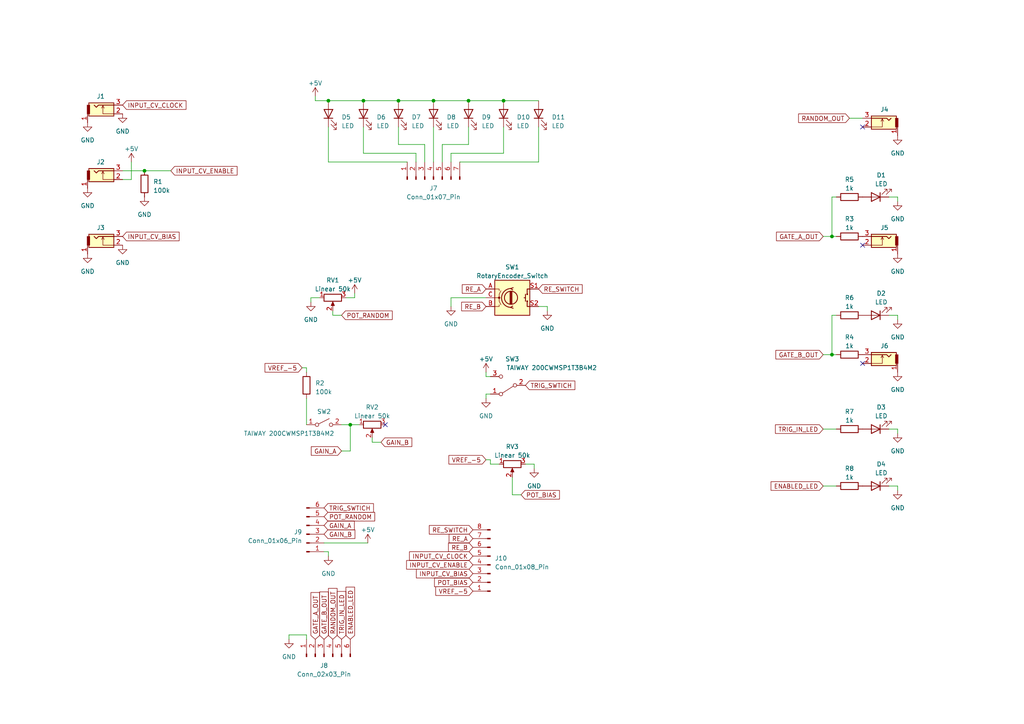
<source format=kicad_sch>
(kicad_sch (version 20230121) (generator eeschema)
  (paper "A4")
  (lib_symbols
    (symbol "Connector:Conn_01x06_Pin" (pin_names (offset 1.016) hide)
      (property "Reference" "J" (at 0 7.62 0))
      (property "Value" "Conn_01x06_Pin" (at 0 -10.16 0))
      (symbol "Conn_01x06_Pin_1_1"
        (polyline (pts (xy 1.27 -7.62) (xy 0.8636 -7.62)) (stroke (width 0.1524)))
        (polyline (pts (xy 1.27 -5.08) (xy 0.8636 -5.08)) (stroke (width 0.1524)))
        (polyline (pts (xy 1.27 -2.54) (xy 0.8636 -2.54)) (stroke (width 0.1524)))
        (polyline (pts (xy 1.27 0) (xy 0.8636 0)) (stroke (width 0.1524)))
        (polyline (pts (xy 1.27 2.54) (xy 0.8636 2.54)) (stroke (width 0.1524)))
        (polyline (pts (xy 1.27 5.08) (xy 0.8636 5.08)) (stroke (width 0.1524)))
        (rectangle (start 0.8636 -7.493) (end 0 -7.747) (stroke (width 0.1524)) (fill (type outline)))
        (rectangle (start 0.8636 -4.953) (end 0 -5.207) (stroke (width 0.1524)) (fill (type outline)))
        (rectangle (start 0.8636 -2.413) (end 0 -2.667) (stroke (width 0.1524)) (fill (type outline)))
        (rectangle (start 0.8636 0.127) (end 0 -0.127) (stroke (width 0.1524)) (fill (type outline)))
        (rectangle (start 0.8636 2.667) (end 0 2.413) (stroke (width 0.1524)) (fill (type outline)))
        (rectangle (start 0.8636 5.207) (end 0 4.953) (stroke (width 0.1524)) (fill (type outline)))
        (pin passive line (at 5.08 5.08 180) (length 3.81) (name "Pin_1") (number "1"))
        (pin passive line (at 5.08 2.54 180) (length 3.81) (name "Pin_2") (number "2"))
        (pin passive line (at 5.08 0 180) (length 3.81) (name "Pin_3") (number "3"))
        (pin passive line (at 5.08 -2.54 180) (length 3.81) (name "Pin_4") (number "4"))
        (pin passive line (at 5.08 -5.08 180) (length 3.81) (name "Pin_5") (number "5"))
        (pin passive line (at 5.08 -7.62 180) (length 3.81) (name "Pin_6") (number "6"))
      )
    )
    (symbol "Connector:Conn_01x07_Pin" (pin_names (offset 1.016) hide)
      (property "Reference" "J" (at 0 10.16 0))
      (property "Value" "Conn_01x07_Pin" (at 0 -10.16 0))
      (symbol "Conn_01x07_Pin_1_1"
        (polyline (pts (xy 1.27 -7.62) (xy 0.8636 -7.62)) (stroke (width 0.1524)))
        (polyline (pts (xy 1.27 -5.08) (xy 0.8636 -5.08)) (stroke (width 0.1524)))
        (polyline (pts (xy 1.27 -2.54) (xy 0.8636 -2.54)) (stroke (width 0.1524)))
        (polyline (pts (xy 1.27 0) (xy 0.8636 0)) (stroke (width 0.1524)))
        (polyline (pts (xy 1.27 2.54) (xy 0.8636 2.54)) (stroke (width 0.1524)))
        (polyline (pts (xy 1.27 5.08) (xy 0.8636 5.08)) (stroke (width 0.1524)))
        (polyline (pts (xy 1.27 7.62) (xy 0.8636 7.62)) (stroke (width 0.1524)))
        (rectangle (start 0.8636 -7.493) (end 0 -7.747) (stroke (width 0.1524)) (fill (type outline)))
        (rectangle (start 0.8636 -4.953) (end 0 -5.207) (stroke (width 0.1524)) (fill (type outline)))
        (rectangle (start 0.8636 -2.413) (end 0 -2.667) (stroke (width 0.1524)) (fill (type outline)))
        (rectangle (start 0.8636 0.127) (end 0 -0.127) (stroke (width 0.1524)) (fill (type outline)))
        (rectangle (start 0.8636 2.667) (end 0 2.413) (stroke (width 0.1524)) (fill (type outline)))
        (rectangle (start 0.8636 5.207) (end 0 4.953) (stroke (width 0.1524)) (fill (type outline)))
        (rectangle (start 0.8636 7.747) (end 0 7.493) (stroke (width 0.1524)) (fill (type outline)))
        (pin passive line (at 5.08 7.62 180) (length 3.81) (name "Pin_1") (number "1"))
        (pin passive line (at 5.08 5.08 180) (length 3.81) (name "Pin_2") (number "2"))
        (pin passive line (at 5.08 2.54 180) (length 3.81) (name "Pin_3") (number "3"))
        (pin passive line (at 5.08 0 180) (length 3.81) (name "Pin_4") (number "4"))
        (pin passive line (at 5.08 -2.54 180) (length 3.81) (name "Pin_5") (number "5"))
        (pin passive line (at 5.08 -5.08 180) (length 3.81) (name "Pin_6") (number "6"))
        (pin passive line (at 5.08 -7.62 180) (length 3.81) (name "Pin_7") (number "7"))
      )
    )
    (symbol "Connector:Conn_01x08_Pin" (pin_names (offset 1.016) hide)
      (property "Reference" "J" (at 0 10.16 0))
      (property "Value" "Conn_01x08_Pin" (at 0 -12.7 0))
      (symbol "Conn_01x08_Pin_1_1"
        (polyline (pts (xy 1.27 -10.16) (xy 0.8636 -10.16)) (stroke (width 0.1524)))
        (polyline (pts (xy 1.27 -7.62) (xy 0.8636 -7.62)) (stroke (width 0.1524)))
        (polyline (pts (xy 1.27 -5.08) (xy 0.8636 -5.08)) (stroke (width 0.1524)))
        (polyline (pts (xy 1.27 -2.54) (xy 0.8636 -2.54)) (stroke (width 0.1524)))
        (polyline (pts (xy 1.27 0) (xy 0.8636 0)) (stroke (width 0.1524)))
        (polyline (pts (xy 1.27 2.54) (xy 0.8636 2.54)) (stroke (width 0.1524)))
        (polyline (pts (xy 1.27 5.08) (xy 0.8636 5.08)) (stroke (width 0.1524)))
        (polyline (pts (xy 1.27 7.62) (xy 0.8636 7.62)) (stroke (width 0.1524)))
        (rectangle (start 0.8636 -10.033) (end 0 -10.287) (stroke (width 0.1524)) (fill (type outline)))
        (rectangle (start 0.8636 -7.493) (end 0 -7.747) (stroke (width 0.1524)) (fill (type outline)))
        (rectangle (start 0.8636 -4.953) (end 0 -5.207) (stroke (width 0.1524)) (fill (type outline)))
        (rectangle (start 0.8636 -2.413) (end 0 -2.667) (stroke (width 0.1524)) (fill (type outline)))
        (rectangle (start 0.8636 0.127) (end 0 -0.127) (stroke (width 0.1524)) (fill (type outline)))
        (rectangle (start 0.8636 2.667) (end 0 2.413) (stroke (width 0.1524)) (fill (type outline)))
        (rectangle (start 0.8636 5.207) (end 0 4.953) (stroke (width 0.1524)) (fill (type outline)))
        (rectangle (start 0.8636 7.747) (end 0 7.493) (stroke (width 0.1524)) (fill (type outline)))
        (pin passive line (at 5.08 7.62 180) (length 3.81) (name "Pin_1") (number "1"))
        (pin passive line (at 5.08 5.08 180) (length 3.81) (name "Pin_2") (number "2"))
        (pin passive line (at 5.08 2.54 180) (length 3.81) (name "Pin_3") (number "3"))
        (pin passive line (at 5.08 0 180) (length 3.81) (name "Pin_4") (number "4"))
        (pin passive line (at 5.08 -2.54 180) (length 3.81) (name "Pin_5") (number "5"))
        (pin passive line (at 5.08 -5.08 180) (length 3.81) (name "Pin_6") (number "6"))
        (pin passive line (at 5.08 -7.62 180) (length 3.81) (name "Pin_7") (number "7"))
        (pin passive line (at 5.08 -10.16 180) (length 3.81) (name "Pin_8") (number "8"))
      )
    )
    (symbol "Device:LED" (pin_numbers hide) (pin_names (offset 1.016) hide)
      (property "Reference" "D" (at 0 2.54 0))
      (property "Value" "LED" (at 0 -2.54 0))
      (symbol "LED_0_1"
        (polyline (pts (xy -1.27 -1.27) (xy -1.27 1.27)) (stroke (width 0.254)))
        (polyline (pts (xy -1.27 0) (xy 1.27 0)))
        (polyline (pts (xy 1.27 -1.27) (xy 1.27 1.27) (xy -1.27 0) (xy 1.27 -1.27)) (stroke (width 0.254)))
        (polyline (pts (xy -3.048 -0.762) (xy -4.572 -2.286) (xy -3.81 -2.286) (xy -4.572 -2.286) (xy -4.572 -1.524)))
        (polyline (pts (xy -1.778 -0.762) (xy -3.302 -2.286) (xy -2.54 -2.286) (xy -3.302 -2.286) (xy -3.302 -1.524)))
      )
      (symbol "LED_1_1"
        (pin passive line (at -3.81 0 0) (length 2.54) (name "K") (number "1"))
        (pin passive line (at 3.81 0 180) (length 2.54) (name "A") (number "2"))
      )
    )
    (symbol "Device:R" (pin_numbers hide) (pin_names (offset 0))
      (property "Reference" "R" (at 2.032 0 90))
      (property "Value" "R" (at 0 0 90))
      (symbol "R_0_1"
        (rectangle (start -1.016 -2.54) (end 1.016 2.54) (stroke (width 0.254)))
      )
      (symbol "R_1_1"
        (pin passive line (at 0 3.81 270) (length 1.27) (name "~") (number "1"))
        (pin passive line (at 0 -3.81 90) (length 1.27) (name "~") (number "2"))
      )
    )
    (symbol "Device:R_Potentiometer" (pin_names (offset 1.016) hide)
      (property "Reference" "RV" (at -4.445 0 90))
      (property "Value" "R_Potentiometer" (at -2.54 0 90))
      (symbol "R_Potentiometer_0_1"
        (polyline (pts (xy 2.54 0) (xy 1.524 0)))
        (polyline (pts (xy 1.143 0) (xy 2.286 0.508) (xy 2.286 -0.508) (xy 1.143 0)) (fill (type outline)))
        (rectangle (start 1.016 2.54) (end -1.016 -2.54) (stroke (width 0.254)))
      )
      (symbol "R_Potentiometer_1_1"
        (pin passive line (at 0 3.81 270) (length 1.27) (name "1") (number "1"))
        (pin passive line (at 3.81 0 180) (length 1.27) (name "2") (number "2"))
        (pin passive line (at 0 -3.81 90) (length 1.27) (name "3") (number "3"))
      )
    )
    (symbol "Device:RotaryEncoder_Switch" (pin_names (offset 0.254) hide)
      (property "Reference" "SW" (at 0 6.604 0))
      (property "Value" "RotaryEncoder_Switch" (at 0 -6.604 0))
      (symbol "RotaryEncoder_Switch_0_1"
        (rectangle (start -5.08 5.08) (end 5.08 -5.08) (stroke (width 0.254)) (fill (type background)))
        (circle (center -3.81 0) (radius 0.254) (fill (type outline)))
        (circle (center -0.381 0) (radius 1.905) (stroke (width 0.254)))
        (arc (start -0.381 2.667) (mid -3.0988 -0.0635) (end -0.381 -2.794) (stroke (width 0.254)))
        (polyline (pts (xy -0.635 -1.778) (xy -0.635 1.778)) (stroke (width 0.254)))
        (polyline (pts (xy -0.381 -1.778) (xy -0.381 1.778)) (stroke (width 0.254)))
        (polyline (pts (xy -0.127 1.778) (xy -0.127 -1.778)) (stroke (width 0.254)))
        (polyline (pts (xy 3.81 0) (xy 3.429 0)) (stroke (width 0.254)))
        (polyline (pts (xy 3.81 1.016) (xy 3.81 -1.016)) (stroke (width 0.254)))
        (polyline (pts (xy -5.08 -2.54) (xy -3.81 -2.54) (xy -3.81 -2.032)))
        (polyline (pts (xy -5.08 2.54) (xy -3.81 2.54) (xy -3.81 2.032)))
        (polyline (pts (xy 0.254 -3.048) (xy -0.508 -2.794) (xy 0.127 -2.413)) (stroke (width 0.254)))
        (polyline (pts (xy 0.254 2.921) (xy -0.508 2.667) (xy 0.127 2.286)) (stroke (width 0.254)))
        (polyline (pts (xy 5.08 -2.54) (xy 4.318 -2.54) (xy 4.318 -1.016)) (stroke (width 0.254)))
        (polyline (pts (xy 5.08 2.54) (xy 4.318 2.54) (xy 4.318 1.016)) (stroke (width 0.254)))
        (polyline (pts (xy -5.08 0) (xy -3.81 0) (xy -3.81 -1.016) (xy -3.302 -2.032)))
        (polyline (pts (xy -4.318 0) (xy -3.81 0) (xy -3.81 1.016) (xy -3.302 2.032)))
        (circle (center 4.318 -1.016) (radius 0.127) (stroke (width 0.254)))
        (circle (center 4.318 1.016) (radius 0.127) (stroke (width 0.254)))
      )
      (symbol "RotaryEncoder_Switch_1_1"
        (pin passive line (at -7.62 2.54 0) (length 2.54) (name "A") (number "A"))
        (pin passive line (at -7.62 -2.54 0) (length 2.54) (name "B") (number "B"))
        (pin passive line (at -7.62 0 0) (length 2.54) (name "C") (number "C"))
        (pin passive line (at 7.62 2.54 180) (length 2.54) (name "S1") (number "S1"))
        (pin passive line (at 7.62 -2.54 180) (length 2.54) (name "S2") (number "S2"))
      )
    )
    (symbol "FreeModular:SW_SPDT_small" (pin_names (offset 0) hide)
      (property "Reference" "SW3" (at 0.8945 7.6757 0))
      (property "Value" "TAIWAY 200CWMSP1T3B4M2" (at 12.7 5.08 0))
      (symbol "SW_SPDT_small_0_0"
        (circle (center -2.032 0) (radius 0.508))
        (circle (center 2.032 -2.54) (radius 0.508))
      )
      (symbol "SW_SPDT_small_0_1"
        (polyline (pts (xy -1.524 0.254) (xy 1.651 2.286)))
        (circle (center 2.032 2.54) (radius 0.508))
      )
      (symbol "SW_SPDT_small_1_1"
        (pin passive line (at 5.08 2.54 180) (length 2.54) (name "A") (number "1"))
        (pin passive line (at -5.08 0 0) (length 2.54) (name "B") (number "2"))
        (pin passive line (at 5.08 -2.54 180) (length 2.54) (name "C") (number "3"))
      )
    )
    (symbol "FreeModular:THONKICONN" (pin_names (offset 1.016))
      (property "Reference" "J" (at -1.27 4.445 0))
      (symbol "THONKICONN_0_1"
        (rectangle (start -4.699 3.175) (end 2.54 -0.635) (stroke (width 0.254)) (fill (type background)))
        (rectangle (start -4.445 0) (end -5.207 2.54) (fill (type outline)))
        (polyline (pts (xy -0.635 2.413) (xy -0.254 1.651)))
        (polyline (pts (xy 2.54 0) (xy -0.635 0) (xy -0.635 2.413) (xy -1.016 1.651)))
        (polyline (pts (xy 2.54 2.54) (xy -1.905 2.54) (xy -2.54 1.905) (xy -3.175 2.54)) (stroke (width 0.254)))
      )
      (symbol "THONKICONN_1_1"
        (pin passive line (at -5.08 -2.54 90) (length 2.54) (name "~") (number "1"))
        (pin passive line (at 5.08 0 180) (length 2.54) (name "~") (number "2"))
        (pin passive line (at 5.08 2.54 180) (length 2.54) (name "~") (number "3"))
      )
    )
    (symbol "Switch:SW_SPST" (pin_names (offset 0) hide)
      (property "Reference" "SW" (at 0 3.175 0))
      (property "Value" "SW_SPST" (at 0 -2.54 0))
      (symbol "SW_SPST_0_0"
        (circle (center -2.032 0) (radius 0.508))
        (polyline (pts (xy -1.524 0.254) (xy 1.524 1.778)))
        (circle (center 2.032 0) (radius 0.508))
      )
      (symbol "SW_SPST_1_1"
        (pin passive line (at -5.08 0 0) (length 2.54) (name "A") (number "1"))
        (pin passive line (at 5.08 0 180) (length 2.54) (name "B") (number "2"))
      )
    )
    (symbol "power:+5V" (power) (pin_names (offset 0))
      (property "Value" "+5V" (at 0 3.556 0))
      (symbol "+5V_0_1"
        (polyline (pts (xy -0.762 1.27) (xy 0 2.54)))
        (polyline (pts (xy 0 0) (xy 0 2.54)))
        (polyline (pts (xy 0 2.54) (xy 0.762 1.27)))
      )
      (symbol "+5V_1_1"
        (pin power_in line (at 0 0 90) (length 0) hide (name "+5V") (number "1"))
      )
    )
    (symbol "power:GND" (power) (pin_names (offset 0))
      (property "Value" "GND" (at 0 -3.81 0))
      (symbol "GND_0_1"
        (polyline (pts (xy 0 0) (xy 0 -1.27) (xy 1.27 -1.27) (xy 0 -2.54) (xy -1.27 -1.27) (xy 0 -1.27)))
      )
      (symbol "GND_1_1"
        (pin power_in line (at 0 0 270) (length 0) hide (name "GND") (number "1"))
      )
    )
  )
  (junction (at 105.41 29.21))
  (junction (at 241.3 102.87))
  (junction (at 41.91 49.53))
  (junction (at 125.73 29.21))
  (junction (at 101.6 123.19))
  (junction (at 95.25 29.21))
  (junction (at 146.05 29.21))
  (junction (at 115.57 29.21))
  (junction (at 135.89 29.21))
  (junction (at 241.3 68.58))
  (no_connect (at 250.19 36.83))
  (no_connect (at 250.19 105.41))
  (no_connect (at 250.19 71.12))
  (no_connect (at 111.76 123.19))
  (wire (pts (xy 135.89 29.21) (xy 125.73 29.21)))
  (wire (pts (xy 152.4 134.62) (xy 154.94 134.62)))
  (wire (pts (xy 142.24 134.62) (xy 144.78 134.62)))
  (wire (pts (xy 35.56 49.53) (xy 41.91 49.53)))
  (wire (pts (xy 102.87 85.09) (xy 102.87 86.36)))
  (wire (pts (xy 90.17 86.36) (xy 92.71 86.36)))
  (wire (pts (xy 241.3 102.87) (xy 242.57 102.87)))
  (wire (pts (xy 95.25 46.99) (xy 118.11 46.99)))
  (wire (pts (xy 133.35 46.99) (xy 156.21 46.99)))
  (wire (pts (xy 87.63 106.68) (xy 88.9 106.68)))
  (wire (pts (xy 88.9 185.42) (xy 88.9 184.15)))
  (wire (pts (xy 154.94 134.62) (xy 154.94 135.89)))
  (wire (pts (xy 156.21 46.99) (xy 156.21 36.83)))
  (wire (pts (xy 101.6 123.19) (xy 104.14 123.19)))
  (wire (pts (xy 142.24 133.35) (xy 142.24 134.62)))
  (wire (pts (xy 241.3 91.44) (xy 242.57 91.44)))
  (wire (pts (xy 96.52 91.44) (xy 99.06 91.44)))
  (wire (pts (xy 96.52 90.17) (xy 96.52 91.44)))
  (wire (pts (xy 105.41 44.45) (xy 105.41 36.83)))
  (wire (pts (xy 241.3 102.87) (xy 241.3 91.44)))
  (wire (pts (xy 238.76 68.58) (xy 241.3 68.58)))
  (wire (pts (xy 115.57 29.21) (xy 105.41 29.21)))
  (wire (pts (xy 246.38 34.29) (xy 250.19 34.29)))
  (wire (pts (xy 142.24 109.22) (xy 140.97 109.22)))
  (wire (pts (xy 238.76 124.46) (xy 242.57 124.46)))
  (wire (pts (xy 107.95 128.27) (xy 110.49 128.27)))
  (wire (pts (xy 99.06 130.81) (xy 101.6 130.81)))
  (wire (pts (xy 120.65 44.45) (xy 105.41 44.45)))
  (wire (pts (xy 128.27 46.99) (xy 128.27 41.91)))
  (wire (pts (xy 38.1 52.07) (xy 35.56 52.07)))
  (wire (pts (xy 88.9 106.68) (xy 88.9 107.95)))
  (wire (pts (xy 156.21 29.21) (xy 146.05 29.21)))
  (wire (pts (xy 238.76 140.97) (xy 242.57 140.97)))
  (wire (pts (xy 125.73 29.21) (xy 115.57 29.21)))
  (wire (pts (xy 260.35 57.15) (xy 260.35 58.42)))
  (wire (pts (xy 93.98 160.02) (xy 95.25 160.02)))
  (wire (pts (xy 140.97 109.22) (xy 140.97 107.95)))
  (wire (pts (xy 120.65 46.99) (xy 120.65 44.45)))
  (wire (pts (xy 125.73 36.83) (xy 125.73 46.99)))
  (wire (pts (xy 146.05 29.21) (xy 135.89 29.21)))
  (wire (pts (xy 260.35 140.97) (xy 260.35 142.24)))
  (wire (pts (xy 93.98 157.48) (xy 106.68 157.48)))
  (wire (pts (xy 90.17 87.63) (xy 90.17 86.36)))
  (wire (pts (xy 158.75 88.9) (xy 158.75 90.17)))
  (wire (pts (xy 95.25 36.83) (xy 95.25 46.99)))
  (wire (pts (xy 41.91 49.53) (xy 49.53 49.53)))
  (wire (pts (xy 146.05 44.45) (xy 146.05 36.83)))
  (wire (pts (xy 130.81 46.99) (xy 130.81 44.45)))
  (wire (pts (xy 257.81 91.44) (xy 260.35 91.44)))
  (wire (pts (xy 148.59 143.51) (xy 151.13 143.51)))
  (wire (pts (xy 100.33 86.36) (xy 102.87 86.36)))
  (wire (pts (xy 140.97 133.35) (xy 142.24 133.35)))
  (wire (pts (xy 95.25 29.21) (xy 91.44 29.21)))
  (wire (pts (xy 238.76 102.87) (xy 241.3 102.87)))
  (wire (pts (xy 88.9 115.57) (xy 88.9 123.19)))
  (wire (pts (xy 128.27 41.91) (xy 135.89 41.91)))
  (wire (pts (xy 91.44 27.94) (xy 91.44 29.21)))
  (wire (pts (xy 130.81 44.45) (xy 146.05 44.45)))
  (wire (pts (xy 140.97 114.3) (xy 140.97 115.57)))
  (wire (pts (xy 88.9 184.15) (xy 83.82 184.15)))
  (wire (pts (xy 142.24 114.3) (xy 140.97 114.3)))
  (wire (pts (xy 115.57 41.91) (xy 115.57 36.83)))
  (wire (pts (xy 83.82 184.15) (xy 83.82 185.42)))
  (wire (pts (xy 123.19 41.91) (xy 115.57 41.91)))
  (wire (pts (xy 257.81 124.46) (xy 260.35 124.46)))
  (wire (pts (xy 135.89 41.91) (xy 135.89 36.83)))
  (wire (pts (xy 241.3 68.58) (xy 242.57 68.58)))
  (wire (pts (xy 130.81 88.9) (xy 130.81 86.36)))
  (wire (pts (xy 260.35 124.46) (xy 260.35 125.73)))
  (wire (pts (xy 156.21 88.9) (xy 158.75 88.9)))
  (wire (pts (xy 241.3 57.15) (xy 242.57 57.15)))
  (wire (pts (xy 130.81 86.36) (xy 140.97 86.36)))
  (wire (pts (xy 99.06 123.19) (xy 101.6 123.19)))
  (wire (pts (xy 107.95 127) (xy 107.95 128.27)))
  (wire (pts (xy 123.19 46.99) (xy 123.19 41.91)))
  (wire (pts (xy 38.1 46.99) (xy 38.1 52.07)))
  (wire (pts (xy 260.35 91.44) (xy 260.35 92.71)))
  (wire (pts (xy 95.25 160.02) (xy 95.25 161.29)))
  (wire (pts (xy 105.41 29.21) (xy 95.25 29.21)))
  (wire (pts (xy 101.6 130.81) (xy 101.6 123.19)))
  (wire (pts (xy 241.3 68.58) (xy 241.3 57.15)))
  (wire (pts (xy 257.81 140.97) (xy 260.35 140.97)))
  (wire (pts (xy 148.59 138.43) (xy 148.59 143.51)))
  (wire (pts (xy 257.81 57.15) (xy 260.35 57.15)))
  (global_label "GATE_A_OUT" (shape input) (at 238.76 68.58 180) (property "Intersheetrefs" "${INTERSHEET_REFS}" (effects hide)))
  (global_label "RE_SWITCH" (shape input) (at 137.16 153.67 180) (property "Intersheetrefs" "${INTERSHEET_REFS}" (effects hide)))
  (global_label "GAIN_A" (shape input) (at 99.06 130.81 180) (property "Intersheetrefs" "${INTERSHEET_REFS}" (effects hide)))
  (global_label "TRIG_SWTICH" (shape input) (at 152.4 111.76 0) (property "Intersheetrefs" "${INTERSHEET_REFS}" (effects hide)))
  (global_label "GAIN_A" (shape input) (at 93.98 152.4 0) (property "Intersheetrefs" "${INTERSHEET_REFS}" (effects hide)))
  (global_label "RE_SWITCH" (shape input) (at 156.21 83.82 0) (property "Intersheetrefs" "${INTERSHEET_REFS}" (effects hide)))
  (global_label "GAIN_B" (shape input) (at 93.98 154.94 0) (property "Intersheetrefs" "${INTERSHEET_REFS}" (effects hide)))
  (global_label "RE_A" (shape input) (at 140.97 83.82 180) (property "Intersheetrefs" "${INTERSHEET_REFS}" (effects hide)))
  (global_label "RANDOM_OUT" (shape input) (at 246.38 34.29 180) (property "Intersheetrefs" "${INTERSHEET_REFS}" (effects hide)))
  (global_label "GATE_B_OUT" (shape input) (at 238.76 102.87 180) (property "Intersheetrefs" "${INTERSHEET_REFS}" (effects hide)))
  (global_label "INPUT_CV_ENABLE" (shape input) (at 137.16 163.83 180) (property "Intersheetrefs" "${INTERSHEET_REFS}" (effects hide)))
  (global_label "INPUT_CV_BIAS" (shape input) (at 35.56 68.58 0) (property "Intersheetrefs" "${INTERSHEET_REFS}" (effects hide)))
  (global_label "TRIG_SWTICH" (shape input) (at 93.98 147.32 0) (property "Intersheetrefs" "${INTERSHEET_REFS}" (effects hide)))
  (global_label "VREF_-5" (shape input) (at 140.97 133.35 180) (property "Intersheetrefs" "${INTERSHEET_REFS}" (effects hide)))
  (global_label "TRIG_IN_LED" (shape input) (at 99.06 185.42 90) (property "Intersheetrefs" "${INTERSHEET_REFS}" (effects hide)))
  (global_label "RE_B" (shape input) (at 140.97 88.9 180) (property "Intersheetrefs" "${INTERSHEET_REFS}" (effects hide)))
  (global_label "RE_A" (shape input) (at 137.16 156.21 180) (property "Intersheetrefs" "${INTERSHEET_REFS}" (effects hide)))
  (global_label "INPUT_CV_BIAS" (shape input) (at 137.16 166.37 180) (property "Intersheetrefs" "${INTERSHEET_REFS}" (effects hide)))
  (global_label "VREF_-5" (shape input) (at 137.16 171.45 180) (property "Intersheetrefs" "${INTERSHEET_REFS}" (effects hide)))
  (global_label "GATE_A_OUT" (shape input) (at 91.44 185.42 90) (property "Intersheetrefs" "${INTERSHEET_REFS}" (effects hide)))
  (global_label "POT_BIAS" (shape input) (at 151.13 143.51 0) (property "Intersheetrefs" "${INTERSHEET_REFS}" (effects hide)))
  (global_label "TRIG_IN_LED" (shape input) (at 238.76 124.46 180) (property "Intersheetrefs" "${INTERSHEET_REFS}" (effects hide)))
  (global_label "POT_BIAS" (shape input) (at 137.16 168.91 180) (property "Intersheetrefs" "${INTERSHEET_REFS}" (effects hide)))
  (global_label "INPUT_CV_ENABLE" (shape input) (at 49.53 49.53 0) (property "Intersheetrefs" "${INTERSHEET_REFS}" (effects hide)))
  (global_label "INPUT_CV_CLOCK" (shape input) (at 137.16 161.29 180) (property "Intersheetrefs" "${INTERSHEET_REFS}" (effects hide)))
  (global_label "ENABLED_LED" (shape input) (at 101.6 185.42 90) (property "Intersheetrefs" "${INTERSHEET_REFS}" (effects hide)))
  (global_label "ENABLED_LED" (shape input) (at 238.76 140.97 180) (property "Intersheetrefs" "${INTERSHEET_REFS}" (effects hide)))
  (global_label "RE_B" (shape input) (at 137.16 158.75 180) (property "Intersheetrefs" "${INTERSHEET_REFS}" (effects hide)))
  (global_label "GATE_B_OUT" (shape input) (at 93.98 185.42 90) (property "Intersheetrefs" "${INTERSHEET_REFS}" (effects hide)))
  (global_label "INPUT_CV_CLOCK" (shape input) (at 35.56 30.48 0) (property "Intersheetrefs" "${INTERSHEET_REFS}" (effects hide)))
  (global_label "RANDOM_OUT" (shape input) (at 96.52 185.42 90) (property "Intersheetrefs" "${INTERSHEET_REFS}" (effects hide)))
  (global_label "GAIN_B" (shape input) (at 110.49 128.27 0) (property "Intersheetrefs" "${INTERSHEET_REFS}" (effects hide)))
  (global_label "POT_RANDOM" (shape input) (at 99.06 91.44 0) (property "Intersheetrefs" "${INTERSHEET_REFS}" (effects hide)))
  (global_label "POT_RANDOM" (shape input) (at 93.98 149.86 0) (property "Intersheetrefs" "${INTERSHEET_REFS}" (effects hide)))
  (global_label "VREF_-5" (shape input) (at 87.63 106.68 180) (property "Intersheetrefs" "${INTERSHEET_REFS}" (effects hide)))
  (symbol (lib_id "Device:R") (at 246.38 57.15 90) (unit 1)
    (property "Reference" "R5" (at 246.38 52.07 90))
    (property "Value" "1k" (at 246.38 54.61 90))
    (property "Footprint" "Resistor_THT:R_Axial_DIN0207_L6.3mm_D2.5mm_P7.62mm_Horizontal" (effects hide))
  )
  (symbol (lib_id "FreeModular:THONKICONN") (at 255.27 36.83 0) (mirror y) (unit 1)
    (property "Reference" "J4" (at 256.54 31.75 0))
    (property "Value" "THONKICONN" (effects hide))
    (property "Footprint" "FreeModualr:THONKICONN" (effects hide))
  )
  (symbol (lib_id "FreeModular:THONKICONN") (at 255.27 71.12 0) (mirror y) (unit 1)
    (property "Reference" "J5" (at 256.54 66.04 0))
    (property "Value" "THONKICONN" (effects hide))
    (property "Footprint" "FreeModualr:THONKICONN" (effects hide))
  )
  (symbol (lib_id "Device:LED") (at 105.41 33.02 90) (unit 1)
    (property "Reference" "D6" (at 109.22 33.9725 90) (effects (justify right)))
    (property "Value" "LED" (at 109.22 36.5125 90) (effects (justify right)))
    (property "Footprint" "LED_THT:LED_D3.0mm" (effects hide))
  )
  (symbol (lib_id "power:GND") (at 83.82 185.42 0) (unit 1)
    (property "Reference" "#PWR014" (effects hide))
    (property "Value" "GND" (at 83.82 190.5 0))
  )
  (symbol (lib_id "Device:LED") (at 254 57.15 180) (unit 1)
    (property "Reference" "D1" (at 255.5875 50.8 0))
    (property "Value" "LED" (at 255.5875 53.34 0))
    (property "Footprint" "LED_THT:LED_D3.0mm" (effects hide))
  )
  (symbol (lib_id "power:GND") (at 35.56 71.12 0) (unit 1)
    (property "Reference" "#PWR08" (effects hide))
    (property "Value" "GND" (at 35.56 76.2 0))
  )
  (symbol (lib_id "Device:R") (at 246.38 68.58 90) (unit 1)
    (property "Reference" "R3" (at 246.38 63.5 90))
    (property "Value" "1k" (at 246.38 66.04 90))
    (property "Footprint" "Resistor_THT:R_Axial_DIN0207_L6.3mm_D2.5mm_P7.62mm_Horizontal" (effects hide))
  )
  (symbol (lib_id "power:GND") (at 154.94 135.89 0) (unit 1)
    (property "Reference" "#PWR06" (effects hide))
    (property "Value" "GND" (at 154.94 140.97 0))
  )
  (symbol (lib_id "Device:R") (at 88.9 111.76 0) (unit 1)
    (property "Reference" "R2" (at 91.44 111.125 0) (effects (justify left)))
    (property "Value" "100k" (at 91.44 113.665 0) (effects (justify left)))
    (property "Footprint" "Resistor_THT:R_Axial_DIN0207_L6.3mm_D2.5mm_P7.62mm_Horizontal" (effects hide))
  )
  (symbol (lib_id "power:GND") (at 41.91 57.15 0) (unit 1)
    (property "Reference" "#PWR015" (effects hide))
    (property "Value" "GND" (at 41.91 62.23 0))
  )
  (symbol (lib_id "power:GND") (at 25.4 54.61 0) (unit 1)
    (property "Reference" "#PWR04" (effects hide))
    (property "Value" "GND" (at 25.4 59.69 0))
  )
  (symbol (lib_id "Device:LED") (at 146.05 33.02 90) (unit 1)
    (property "Reference" "D10" (at 149.86 33.9725 90) (effects (justify right)))
    (property "Value" "LED" (at 149.86 36.5125 90) (effects (justify right)))
    (property "Footprint" "LED_THT:LED_D3.0mm" (effects hide))
  )
  (symbol (lib_id "Device:R") (at 246.38 91.44 90) (unit 1)
    (property "Reference" "R6" (at 246.38 86.36 90))
    (property "Value" "1k" (at 246.38 88.9 90))
    (property "Footprint" "Resistor_THT:R_Axial_DIN0207_L6.3mm_D2.5mm_P7.62mm_Horizontal" (effects hide))
  )
  (symbol (lib_id "Device:R_Potentiometer") (at 96.52 86.36 90) (mirror x) (unit 1)
    (property "Reference" "RV1" (at 96.52 81.28 90))
    (property "Value" "Linear 50k" (at 96.52 83.82 90))
    (property "Footprint" "FreeModualr:Alpha_Potentiometer_Grounded" (effects hide))
  )
  (symbol (lib_id "Device:LED") (at 125.73 33.02 90) (unit 1)
    (property "Reference" "D8" (at 129.54 33.9725 90) (effects (justify right)))
    (property "Value" "LED" (at 129.54 36.5125 90) (effects (justify right)))
    (property "Footprint" "LED_THT:LED_D3.0mm" (effects hide))
  )
  (symbol (lib_id "power:GND") (at 140.97 115.57 0) (unit 1)
    (property "Reference" "#PWR011" (effects hide))
    (property "Value" "GND" (at 140.97 120.65 0))
  )
  (symbol (lib_id "power:GND") (at 158.75 90.17 0) (unit 1)
    (property "Reference" "#PWR01" (effects hide))
    (property "Value" "GND" (at 158.75 95.25 0))
  )
  (symbol (lib_id "power:GND") (at 90.17 87.63 0) (unit 1)
    (property "Reference" "#PWR09" (effects hide))
    (property "Value" "GND" (at 90.17 92.71 0))
  )
  (symbol (lib_id "FreeModular:THONKICONN") (at 255.27 105.41 0) (mirror y) (unit 1)
    (property "Reference" "J6" (at 256.54 100.33 0))
    (property "Value" "THONKICONN" (effects hide))
    (property "Footprint" "FreeModualr:THONKICONN" (effects hide))
  )
  (symbol (lib_id "Device:RotaryEncoder_Switch") (at 148.59 86.36 0) (unit 1)
    (property "Reference" "SW1" (at 148.59 77.47 0))
    (property "Value" "RotaryEncoder_Switch" (at 148.59 80.01 0))
    (property "Footprint" "Rotary_Encoder:RotaryEncoder_Alps_EC12E-Switch_Vertical_H20mm" (effects hide))
  )
  (symbol (lib_id "power:+5V") (at 106.68 157.48 0) (unit 1)
    (property "Reference" "#PWR025" (effects hide))
    (property "Value" "+5V" (at 106.68 153.67 0))
  )
  (symbol (lib_id "FreeModular:THONKICONN") (at 30.48 71.12 0) (unit 1)
    (property "Reference" "J3" (at 29.21 66.04 0))
    (property "Value" "THONKICONN" (effects hide))
    (property "Footprint" "FreeModualr:THONKICONN" (effects hide))
  )
  (symbol (lib_id "power:GND") (at 260.35 92.71 0) (unit 1)
    (property "Reference" "#PWR018" (effects hide))
    (property "Value" "GND" (at 260.35 97.79 0))
  )
  (symbol (lib_id "power:+5V") (at 91.44 27.94 0) (unit 1)
    (property "Reference" "#PWR023" (effects hide))
    (property "Value" "+5V" (at 91.44 24.13 0))
  )
  (symbol (lib_id "Connector:Conn_01x08_Pin") (at 142.24 163.83 180) (unit 1)
    (property "Reference" "J10" (at 143.51 161.925 0) (effects (justify right)))
    (property "Value" "Conn_01x08_Pin" (at 143.51 164.465 0) (effects (justify right)))
    (property "Footprint" "Connector_PinHeader_2.54mm:PinHeader_1x08_P2.54mm_Vertical" (effects hide))
  )
  (symbol (lib_id "FreeModular:SW_SPDT_small") (at 147.32 111.76 180) (unit 1)
    (property "Reference" "SW3" (at 148.59 104.14 0))
    (property "Value" "TAIWAY 200CWMSP1T3B4M2" (at 160.02 106.68 0))
    (property "Footprint" "FreeModualr:TAIWAY 200CWMSP1T3B4M2" (effects hide))
    (property "Datasheet" "https://www.taiway.com/resource/annexes/product_items/81/383d79ce24fd13ac9c4d36337853e90c.pdf" (effects hide))
  )
  (symbol (lib_id "FreeModular:THONKICONN") (at 30.48 33.02 0) (unit 1)
    (property "Reference" "J1" (at 29.21 27.94 0))
    (property "Value" "THONKICONN" (effects hide))
    (property "Footprint" "FreeModualr:THONKICONN" (effects hide))
  )
  (symbol (lib_id "power:GND") (at 130.81 88.9 0) (unit 1)
    (property "Reference" "#PWR02" (effects hide))
    (property "Value" "GND" (at 130.81 93.98 0))
  )
  (symbol (lib_id "Device:LED") (at 156.21 33.02 90) (unit 1)
    (property "Reference" "D11" (at 160.02 33.9725 90) (effects (justify right)))
    (property "Value" "LED" (at 160.02 36.5125 90) (effects (justify right)))
    (property "Footprint" "LED_THT:LED_D3.0mm" (effects hide))
  )
  (symbol (lib_id "Device:R_Potentiometer") (at 107.95 123.19 90) (mirror x) (unit 1)
    (property "Reference" "RV2" (at 107.95 118.11 90))
    (property "Value" "Linear 50k" (at 107.95 120.65 90))
    (property "Footprint" "FreeModualr:Alpha_Potentiometer_Grounded" (effects hide))
  )
  (symbol (lib_id "power:GND") (at 260.35 58.42 0) (unit 1)
    (property "Reference" "#PWR017" (effects hide))
    (property "Value" "GND" (at 260.35 63.5 0))
  )
  (symbol (lib_id "power:GND") (at 25.4 73.66 0) (unit 1)
    (property "Reference" "#PWR03" (effects hide))
    (property "Value" "GND" (at 25.4 78.74 0))
  )
  (symbol (lib_id "Connector:Conn_01x06_Pin") (at 88.9 154.94 0) (mirror x) (unit 1)
    (property "Reference" "J9" (at 87.63 154.305 0) (effects (justify right)))
    (property "Value" "Conn_01x06_Pin" (at 87.63 156.845 0) (effects (justify right)))
    (property "Footprint" "Connector_PinHeader_2.54mm:PinHeader_1x06_P2.54mm_Vertical" (effects hide))
  )
  (symbol (lib_id "Device:R_Potentiometer") (at 148.59 134.62 90) (mirror x) (unit 1)
    (property "Reference" "RV3" (at 148.59 129.54 90))
    (property "Value" "Linear 50k" (at 148.59 132.08 90))
    (property "Footprint" "FreeModualr:Alpha_Potentiometer_Grounded" (effects hide))
  )
  (symbol (lib_id "Device:R") (at 246.38 140.97 90) (unit 1)
    (property "Reference" "R8" (at 246.38 135.89 90))
    (property "Value" "1k" (at 246.38 138.43 90))
    (property "Footprint" "Resistor_THT:R_Axial_DIN0207_L6.3mm_D2.5mm_P7.62mm_Horizontal" (effects hide))
  )
  (symbol (lib_id "power:+5V") (at 140.97 107.95 0) (unit 1)
    (property "Reference" "#PWR012" (effects hide))
    (property "Value" "+5V" (at 140.97 104.14 0))
  )
  (symbol (lib_id "power:GND") (at 260.35 142.24 0) (unit 1)
    (property "Reference" "#PWR021" (effects hide))
    (property "Value" "GND" (at 260.35 147.32 0))
  )
  (symbol (lib_id "power:+5V") (at 102.87 85.09 0) (unit 1)
    (property "Reference" "#PWR010" (effects hide))
    (property "Value" "+5V" (at 102.87 81.28 0))
  )
  (symbol (lib_id "Device:R") (at 246.38 102.87 90) (unit 1)
    (property "Reference" "R4" (at 246.38 97.79 90))
    (property "Value" "1k" (at 246.38 100.33 90))
    (property "Footprint" "Resistor_THT:R_Axial_DIN0207_L6.3mm_D2.5mm_P7.62mm_Horizontal" (effects hide))
  )
  (symbol (lib_id "Connector:Conn_01x06_Pin") (at 93.98 190.5 90) (unit 1)
    (property "Reference" "J8" (at 93.98 193.04 90))
    (property "Value" "Conn_02x03_Pin" (at 93.98 195.58 90))
    (property "Footprint" "Connector_PinHeader_2.54mm:PinHeader_2x03_P2.54mm_Vertical" (effects hide))
  )
  (symbol (lib_id "Device:LED") (at 254 140.97 180) (unit 1)
    (property "Reference" "D4" (at 255.5875 134.62 0))
    (property "Value" "LED" (at 255.5875 137.16 0))
    (property "Footprint" "LED_THT:LED_D3.0mm" (effects hide))
  )
  (symbol (lib_id "power:GND") (at 260.35 125.73 0) (unit 1)
    (property "Reference" "#PWR020" (effects hide))
    (property "Value" "GND" (at 260.35 130.81 0))
  )
  (symbol (lib_id "Device:LED") (at 115.57 33.02 90) (unit 1)
    (property "Reference" "D7" (at 119.38 33.9725 90) (effects (justify right)))
    (property "Value" "LED" (at 119.38 36.5125 90) (effects (justify right)))
    (property "Footprint" "LED_THT:LED_D3.0mm" (effects hide))
  )
  (symbol (lib_id "Device:LED") (at 95.25 33.02 90) (unit 1)
    (property "Reference" "D5" (at 99.06 33.9725 90) (effects (justify right)))
    (property "Value" "LED" (at 99.06 36.5125 90) (effects (justify right)))
    (property "Footprint" "LED_THT:LED_D3.0mm" (effects hide))
  )
  (symbol (lib_id "Connector:Conn_01x07_Pin") (at 125.73 52.07 90) (unit 1)
    (property "Reference" "J7" (at 125.73 54.61 90))
    (property "Value" "Conn_01x07_Pin" (at 125.73 57.15 90))
    (property "Footprint" "Connector_PinHeader_2.54mm:PinHeader_1x07_P2.54mm_Vertical" (effects hide))
  )
  (symbol (lib_id "power:GND") (at 35.56 33.02 0) (unit 1)
    (property "Reference" "#PWR07" (effects hide))
    (property "Value" "GND" (at 35.56 38.1 0))
  )
  (symbol (lib_id "Device:R") (at 41.91 53.34 0) (unit 1)
    (property "Reference" "R1" (at 44.45 52.705 0) (effects (justify left)))
    (property "Value" "100k" (at 44.45 55.245 0) (effects (justify left)))
    (property "Footprint" "Resistor_THT:R_Axial_DIN0207_L6.3mm_D2.5mm_P7.62mm_Horizontal" (effects hide))
  )
  (symbol (lib_id "power:GND") (at 260.35 107.95 0) (unit 1)
    (property "Reference" "#PWR019" (effects hide))
    (property "Value" "GND" (at 260.35 113.03 0))
  )
  (symbol (lib_id "Switch:SW_SPST") (at 93.98 123.19 0) (unit 1)
    (property "Reference" "SW2" (at 93.98 119.38 0))
    (property "Value" "TAIWAY 200CWMSP1T3B4M2" (at 83.82 125.73 0))
    (property "Footprint" "FreeModualr:TAIWAY 200CWMSP1T3B4M2" (effects hide))
  )
  (symbol (lib_id "power:+5V") (at 38.1 46.99 0) (unit 1)
    (property "Reference" "#PWR013" (effects hide))
    (property "Value" "+5V" (at 38.1 43.18 0))
  )
  (symbol (lib_id "Device:R") (at 246.38 124.46 90) (unit 1)
    (property "Reference" "R7" (at 246.38 119.38 90))
    (property "Value" "1k" (at 246.38 121.92 90))
    (property "Footprint" "Resistor_THT:R_Axial_DIN0207_L6.3mm_D2.5mm_P7.62mm_Horizontal" (effects hide))
  )
  (symbol (lib_id "power:GND") (at 95.25 161.29 0) (unit 1)
    (property "Reference" "#PWR024" (effects hide))
    (property "Value" "GND" (at 95.25 166.37 0))
  )
  (symbol (lib_id "Device:LED") (at 254 91.44 180) (unit 1)
    (property "Reference" "D2" (at 255.5875 85.09 0))
    (property "Value" "LED" (at 255.5875 87.63 0))
    (property "Footprint" "LED_THT:LED_D3.0mm" (effects hide))
  )
  (symbol (lib_id "power:GND") (at 260.35 39.37 0) (unit 1)
    (property "Reference" "#PWR022" (effects hide))
    (property "Value" "GND" (at 260.35 44.45 0))
  )
  (symbol (lib_id "Device:LED") (at 135.89 33.02 90) (unit 1)
    (property "Reference" "D9" (at 139.7 33.9725 90) (effects (justify right)))
    (property "Value" "LED" (at 139.7 36.5125 90) (effects (justify right)))
    (property "Footprint" "LED_THT:LED_D3.0mm" (effects hide))
  )
  (symbol (lib_id "FreeModular:THONKICONN") (at 30.48 52.07 0) (unit 1)
    (property "Reference" "J2" (at 29.21 46.99 0))
    (property "Value" "THONKICONN" (effects hide))
    (property "Footprint" "FreeModualr:THONKICONN" (effects hide))
  )
  (symbol (lib_id "power:GND") (at 260.35 73.66 0) (unit 1)
    (property "Reference" "#PWR016" (effects hide))
    (property "Value" "GND" (at 260.35 78.74 0))
  )
  (symbol (lib_id "power:GND") (at 25.4 35.56 0) (unit 1)
    (property "Reference" "#PWR05" (effects hide))
    (property "Value" "GND" (at 25.4 40.64 0))
  )
  (symbol (lib_id "Device:LED") (at 254 124.46 180) (unit 1)
    (property "Reference" "D3" (at 255.5875 118.11 0))
    (property "Value" "LED" (at 255.5875 120.65 0))
    (property "Footprint" "LED_THT:LED_D3.0mm" (effects hide))
  )
)
</source>
